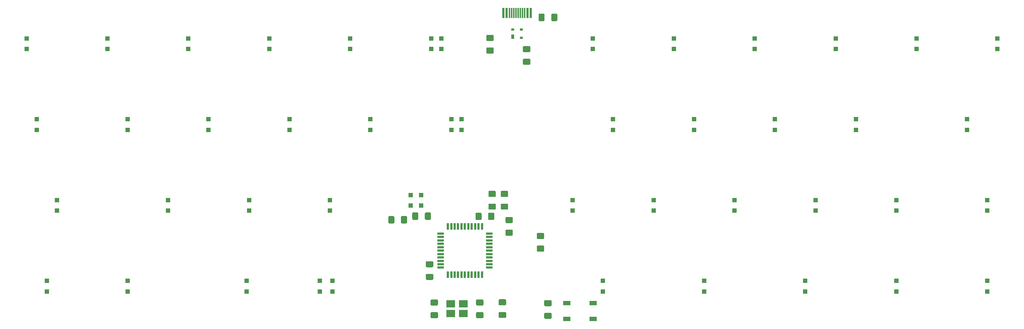
<source format=gbr>
G04 #@! TF.GenerationSoftware,KiCad,Pcbnew,(5.1.6)-1*
G04 #@! TF.CreationDate,2020-06-21T19:34:39+02:00*
G04 #@! TF.ProjectId,CC45,43433435-2e6b-4696-9361-645f70636258,rev?*
G04 #@! TF.SameCoordinates,Original*
G04 #@! TF.FileFunction,Paste,Bot*
G04 #@! TF.FilePolarity,Positive*
%FSLAX46Y46*%
G04 Gerber Fmt 4.6, Leading zero omitted, Abs format (unit mm)*
G04 Created by KiCad (PCBNEW (5.1.6)-1) date 2020-06-21 19:34:39*
%MOMM*%
%LPD*%
G01*
G04 APERTURE LIST*
%ADD10R,1.000000X1.000000*%
%ADD11R,0.700000X1.000000*%
%ADD12R,0.700000X0.600000*%
%ADD13R,2.100000X1.800000*%
%ADD14R,0.600000X2.450000*%
%ADD15R,0.300000X2.450000*%
%ADD16R,0.550000X1.500000*%
%ADD17R,1.500000X0.550000*%
%ADD18R,1.800000X1.100000*%
G04 APERTURE END LIST*
G36*
G01*
X136537500Y-73175000D02*
X136537500Y-74425000D01*
G75*
G02*
X136287500Y-74675000I-250000J0D01*
G01*
X135362500Y-74675000D01*
G75*
G02*
X135112500Y-74425000I0J250000D01*
G01*
X135112500Y-73175000D01*
G75*
G02*
X135362500Y-72925000I250000J0D01*
G01*
X136287500Y-72925000D01*
G75*
G02*
X136537500Y-73175000I0J-250000D01*
G01*
G37*
G36*
G01*
X133562500Y-73175000D02*
X133562500Y-74425000D01*
G75*
G02*
X133312500Y-74675000I-250000J0D01*
G01*
X132387500Y-74675000D01*
G75*
G02*
X132137500Y-74425000I0J250000D01*
G01*
X132137500Y-73175000D01*
G75*
G02*
X132387500Y-72925000I250000J0D01*
G01*
X133312500Y-72925000D01*
G75*
G02*
X133562500Y-73175000I0J-250000D01*
G01*
G37*
G36*
G01*
X148625000Y-97793750D02*
X147375000Y-97793750D01*
G75*
G02*
X147125000Y-97543750I0J250000D01*
G01*
X147125000Y-96618750D01*
G75*
G02*
X147375000Y-96368750I250000J0D01*
G01*
X148625000Y-96368750D01*
G75*
G02*
X148875000Y-96618750I0J-250000D01*
G01*
X148875000Y-97543750D01*
G75*
G02*
X148625000Y-97793750I-250000J0D01*
G01*
G37*
G36*
G01*
X148625000Y-94818750D02*
X147375000Y-94818750D01*
G75*
G02*
X147125000Y-94568750I0J250000D01*
G01*
X147125000Y-93643750D01*
G75*
G02*
X147375000Y-93393750I250000J0D01*
G01*
X148625000Y-93393750D01*
G75*
G02*
X148875000Y-93643750I0J-250000D01*
G01*
X148875000Y-94568750D01*
G75*
G02*
X148625000Y-94818750I-250000J0D01*
G01*
G37*
G36*
G01*
X136687500Y-93393750D02*
X137937500Y-93393750D01*
G75*
G02*
X138187500Y-93643750I0J-250000D01*
G01*
X138187500Y-94568750D01*
G75*
G02*
X137937500Y-94818750I-250000J0D01*
G01*
X136687500Y-94818750D01*
G75*
G02*
X136437500Y-94568750I0J250000D01*
G01*
X136437500Y-93643750D01*
G75*
G02*
X136687500Y-93393750I250000J0D01*
G01*
G37*
G36*
G01*
X136687500Y-96368750D02*
X137937500Y-96368750D01*
G75*
G02*
X138187500Y-96618750I0J-250000D01*
G01*
X138187500Y-97543750D01*
G75*
G02*
X137937500Y-97793750I-250000J0D01*
G01*
X136687500Y-97793750D01*
G75*
G02*
X136437500Y-97543750I0J250000D01*
G01*
X136437500Y-96618750D01*
G75*
G02*
X136687500Y-96368750I250000J0D01*
G01*
G37*
G36*
G01*
X154275000Y-74000000D02*
X155525000Y-74000000D01*
G75*
G02*
X155775000Y-74250000I0J-250000D01*
G01*
X155775000Y-75175000D01*
G75*
G02*
X155525000Y-75425000I-250000J0D01*
G01*
X154275000Y-75425000D01*
G75*
G02*
X154025000Y-75175000I0J250000D01*
G01*
X154025000Y-74250000D01*
G75*
G02*
X154275000Y-74000000I250000J0D01*
G01*
G37*
G36*
G01*
X154275000Y-76975000D02*
X155525000Y-76975000D01*
G75*
G02*
X155775000Y-77225000I0J-250000D01*
G01*
X155775000Y-78150000D01*
G75*
G02*
X155525000Y-78400000I-250000J0D01*
G01*
X154275000Y-78400000D01*
G75*
G02*
X154025000Y-78150000I0J250000D01*
G01*
X154025000Y-77225000D01*
G75*
G02*
X154275000Y-76975000I250000J0D01*
G01*
G37*
G36*
G01*
X151387500Y-73225000D02*
X151387500Y-74475000D01*
G75*
G02*
X151137500Y-74725000I-250000J0D01*
G01*
X150212500Y-74725000D01*
G75*
G02*
X149962500Y-74475000I0J250000D01*
G01*
X149962500Y-73225000D01*
G75*
G02*
X150212500Y-72975000I250000J0D01*
G01*
X151137500Y-72975000D01*
G75*
G02*
X151387500Y-73225000I0J-250000D01*
G01*
G37*
G36*
G01*
X148412500Y-73225000D02*
X148412500Y-74475000D01*
G75*
G02*
X148162500Y-74725000I-250000J0D01*
G01*
X147237500Y-74725000D01*
G75*
G02*
X146987500Y-74475000I0J250000D01*
G01*
X146987500Y-73225000D01*
G75*
G02*
X147237500Y-72975000I250000J0D01*
G01*
X148162500Y-72975000D01*
G75*
G02*
X148412500Y-73225000I0J-250000D01*
G01*
G37*
G36*
G01*
X152675000Y-93350000D02*
X153925000Y-93350000D01*
G75*
G02*
X154175000Y-93600000I0J-250000D01*
G01*
X154175000Y-94525000D01*
G75*
G02*
X153925000Y-94775000I-250000J0D01*
G01*
X152675000Y-94775000D01*
G75*
G02*
X152425000Y-94525000I0J250000D01*
G01*
X152425000Y-93600000D01*
G75*
G02*
X152675000Y-93350000I250000J0D01*
G01*
G37*
G36*
G01*
X152675000Y-96325000D02*
X153925000Y-96325000D01*
G75*
G02*
X154175000Y-96575000I0J-250000D01*
G01*
X154175000Y-97500000D01*
G75*
G02*
X153925000Y-97750000I-250000J0D01*
G01*
X152675000Y-97750000D01*
G75*
G02*
X152425000Y-97500000I0J250000D01*
G01*
X152425000Y-96575000D01*
G75*
G02*
X152675000Y-96325000I250000J0D01*
G01*
G37*
G36*
G01*
X135575000Y-84400000D02*
X136825000Y-84400000D01*
G75*
G02*
X137075000Y-84650000I0J-250000D01*
G01*
X137075000Y-85575000D01*
G75*
G02*
X136825000Y-85825000I-250000J0D01*
G01*
X135575000Y-85825000D01*
G75*
G02*
X135325000Y-85575000I0J250000D01*
G01*
X135325000Y-84650000D01*
G75*
G02*
X135575000Y-84400000I250000J0D01*
G01*
G37*
G36*
G01*
X135575000Y-87375000D02*
X136825000Y-87375000D01*
G75*
G02*
X137075000Y-87625000I0J-250000D01*
G01*
X137075000Y-88550000D01*
G75*
G02*
X136825000Y-88800000I-250000J0D01*
G01*
X135575000Y-88800000D01*
G75*
G02*
X135325000Y-88550000I0J250000D01*
G01*
X135325000Y-87625000D01*
G75*
G02*
X135575000Y-87375000I250000J0D01*
G01*
G37*
G36*
G01*
X162875000Y-82150000D02*
X161625000Y-82150000D01*
G75*
G02*
X161375000Y-81900000I0J250000D01*
G01*
X161375000Y-80975000D01*
G75*
G02*
X161625000Y-80725000I250000J0D01*
G01*
X162875000Y-80725000D01*
G75*
G02*
X163125000Y-80975000I0J-250000D01*
G01*
X163125000Y-81900000D01*
G75*
G02*
X162875000Y-82150000I-250000J0D01*
G01*
G37*
G36*
G01*
X162875000Y-79175000D02*
X161625000Y-79175000D01*
G75*
G02*
X161375000Y-78925000I0J250000D01*
G01*
X161375000Y-78000000D01*
G75*
G02*
X161625000Y-77750000I250000J0D01*
G01*
X162875000Y-77750000D01*
G75*
G02*
X163125000Y-78000000I0J-250000D01*
G01*
X163125000Y-78925000D01*
G75*
G02*
X162875000Y-79175000I-250000J0D01*
G01*
G37*
D10*
X41562500Y-34500000D03*
X41562500Y-32000000D03*
X267187500Y-91500000D03*
X267187500Y-89000000D03*
X245812500Y-91500000D03*
X245812500Y-89000000D03*
X224437500Y-91500000D03*
X224437500Y-89000000D03*
X200687500Y-91500000D03*
X200687500Y-89000000D03*
X176937500Y-91500000D03*
X176937500Y-89000000D03*
X113406250Y-91500000D03*
X113406250Y-89000000D03*
X110437500Y-91500000D03*
X110437500Y-89000000D03*
X93218750Y-91500000D03*
X93218750Y-89000000D03*
X65312500Y-91500000D03*
X65312500Y-89000000D03*
X46312500Y-91500000D03*
X46312500Y-89000000D03*
X267187500Y-72500000D03*
X267187500Y-70000000D03*
X245812500Y-72500000D03*
X245812500Y-70000000D03*
X226812500Y-72500000D03*
X226812500Y-70000000D03*
X207812500Y-72500000D03*
X207812500Y-70000000D03*
X188812500Y-72500000D03*
X188812500Y-70000000D03*
X169812500Y-72500000D03*
X169812500Y-70000000D03*
X134187500Y-71312500D03*
X134187500Y-68812500D03*
X131812500Y-71312500D03*
X131812500Y-68812500D03*
X112812500Y-72500000D03*
X112812500Y-70000000D03*
X93812500Y-72500000D03*
X93812500Y-70000000D03*
X74812500Y-72500000D03*
X74812500Y-70000000D03*
X48687500Y-72500000D03*
X48687500Y-70000000D03*
X262437500Y-53500000D03*
X262437500Y-51000000D03*
X236312500Y-53500000D03*
X236312500Y-51000000D03*
X217312500Y-53500000D03*
X217312500Y-51000000D03*
X198312500Y-53500000D03*
X198312500Y-51000000D03*
X179312500Y-53500000D03*
X179312500Y-51000000D03*
X143687500Y-53500000D03*
X143687500Y-51000000D03*
X141312500Y-53500000D03*
X141312500Y-51000000D03*
X122312500Y-53500000D03*
X122312500Y-51000000D03*
X103312500Y-53500000D03*
X103312500Y-51000000D03*
X84312500Y-53500000D03*
X84312500Y-51000000D03*
X65312500Y-53500000D03*
X65312500Y-51000000D03*
X43937500Y-53500000D03*
X43937500Y-51000000D03*
X269562500Y-34500000D03*
X269562500Y-32000000D03*
X250562500Y-34500000D03*
X250562500Y-32000000D03*
X231562500Y-34500000D03*
X231562500Y-32000000D03*
X212562500Y-34500000D03*
X212562500Y-32000000D03*
X193562500Y-34500000D03*
X193562500Y-32000000D03*
X174562500Y-34500000D03*
X174562500Y-32000000D03*
X138937500Y-34500000D03*
X138937500Y-32000000D03*
X136562500Y-34500000D03*
X136562500Y-32000000D03*
X117562500Y-34500000D03*
X117562500Y-32000000D03*
X98562500Y-34500000D03*
X98562500Y-32000000D03*
X79562500Y-34500000D03*
X79562500Y-32000000D03*
X60562500Y-34500000D03*
X60562500Y-32000000D03*
G36*
G01*
X149775000Y-31150000D02*
X151025000Y-31150000D01*
G75*
G02*
X151275000Y-31400000I0J-250000D01*
G01*
X151275000Y-32325000D01*
G75*
G02*
X151025000Y-32575000I-250000J0D01*
G01*
X149775000Y-32575000D01*
G75*
G02*
X149525000Y-32325000I0J250000D01*
G01*
X149525000Y-31400000D01*
G75*
G02*
X149775000Y-31150000I250000J0D01*
G01*
G37*
G36*
G01*
X149775000Y-34125000D02*
X151025000Y-34125000D01*
G75*
G02*
X151275000Y-34375000I0J-250000D01*
G01*
X151275000Y-35300000D01*
G75*
G02*
X151025000Y-35550000I-250000J0D01*
G01*
X149775000Y-35550000D01*
G75*
G02*
X149525000Y-35300000I0J250000D01*
G01*
X149525000Y-34375000D01*
G75*
G02*
X149775000Y-34125000I250000J0D01*
G01*
G37*
G36*
G01*
X166200000Y-26425000D02*
X166200000Y-27675000D01*
G75*
G02*
X165950000Y-27925000I-250000J0D01*
G01*
X165025000Y-27925000D01*
G75*
G02*
X164775000Y-27675000I0J250000D01*
G01*
X164775000Y-26425000D01*
G75*
G02*
X165025000Y-26175000I250000J0D01*
G01*
X165950000Y-26175000D01*
G75*
G02*
X166200000Y-26425000I0J-250000D01*
G01*
G37*
G36*
G01*
X163225000Y-26425000D02*
X163225000Y-27675000D01*
G75*
G02*
X162975000Y-27925000I-250000J0D01*
G01*
X162050000Y-27925000D01*
G75*
G02*
X161800000Y-27675000I0J250000D01*
G01*
X161800000Y-26425000D01*
G75*
G02*
X162050000Y-26175000I250000J0D01*
G01*
X162975000Y-26175000D01*
G75*
G02*
X163225000Y-26425000I0J-250000D01*
G01*
G37*
G36*
G01*
X163375000Y-93550000D02*
X164625000Y-93550000D01*
G75*
G02*
X164875000Y-93800000I0J-250000D01*
G01*
X164875000Y-94725000D01*
G75*
G02*
X164625000Y-94975000I-250000J0D01*
G01*
X163375000Y-94975000D01*
G75*
G02*
X163125000Y-94725000I0J250000D01*
G01*
X163125000Y-93800000D01*
G75*
G02*
X163375000Y-93550000I250000J0D01*
G01*
G37*
G36*
G01*
X163375000Y-96525000D02*
X164625000Y-96525000D01*
G75*
G02*
X164875000Y-96775000I0J-250000D01*
G01*
X164875000Y-97700000D01*
G75*
G02*
X164625000Y-97950000I-250000J0D01*
G01*
X163375000Y-97950000D01*
G75*
G02*
X163125000Y-97700000I0J250000D01*
G01*
X163125000Y-96775000D01*
G75*
G02*
X163375000Y-96525000I250000J0D01*
G01*
G37*
G36*
G01*
X154406250Y-72262500D02*
X153156250Y-72262500D01*
G75*
G02*
X152906250Y-72012500I0J250000D01*
G01*
X152906250Y-71087500D01*
G75*
G02*
X153156250Y-70837500I250000J0D01*
G01*
X154406250Y-70837500D01*
G75*
G02*
X154656250Y-71087500I0J-250000D01*
G01*
X154656250Y-72012500D01*
G75*
G02*
X154406250Y-72262500I-250000J0D01*
G01*
G37*
G36*
G01*
X154406250Y-69287500D02*
X153156250Y-69287500D01*
G75*
G02*
X152906250Y-69037500I0J250000D01*
G01*
X152906250Y-68112500D01*
G75*
G02*
X153156250Y-67862500I250000J0D01*
G01*
X154406250Y-67862500D01*
G75*
G02*
X154656250Y-68112500I0J-250000D01*
G01*
X154656250Y-69037500D01*
G75*
G02*
X154406250Y-69287500I-250000J0D01*
G01*
G37*
G36*
G01*
X151520250Y-72262500D02*
X150270250Y-72262500D01*
G75*
G02*
X150020250Y-72012500I0J250000D01*
G01*
X150020250Y-71087500D01*
G75*
G02*
X150270250Y-70837500I250000J0D01*
G01*
X151520250Y-70837500D01*
G75*
G02*
X151770250Y-71087500I0J-250000D01*
G01*
X151770250Y-72012500D01*
G75*
G02*
X151520250Y-72262500I-250000J0D01*
G01*
G37*
G36*
G01*
X151520250Y-69287500D02*
X150270250Y-69287500D01*
G75*
G02*
X150020250Y-69037500I0J250000D01*
G01*
X150020250Y-68112500D01*
G75*
G02*
X150270250Y-67862500I250000J0D01*
G01*
X151520250Y-67862500D01*
G75*
G02*
X151770250Y-68112500I0J-250000D01*
G01*
X151770250Y-69037500D01*
G75*
G02*
X151520250Y-69287500I-250000J0D01*
G01*
G37*
G36*
G01*
X130912500Y-74025000D02*
X130912500Y-75275000D01*
G75*
G02*
X130662500Y-75525000I-250000J0D01*
G01*
X129737500Y-75525000D01*
G75*
G02*
X129487500Y-75275000I0J250000D01*
G01*
X129487500Y-74025000D01*
G75*
G02*
X129737500Y-73775000I250000J0D01*
G01*
X130662500Y-73775000D01*
G75*
G02*
X130912500Y-74025000I0J-250000D01*
G01*
G37*
G36*
G01*
X127937500Y-74025000D02*
X127937500Y-75275000D01*
G75*
G02*
X127687500Y-75525000I-250000J0D01*
G01*
X126762500Y-75525000D01*
G75*
G02*
X126512500Y-75275000I0J250000D01*
G01*
X126512500Y-74025000D01*
G75*
G02*
X126762500Y-73775000I250000J0D01*
G01*
X127687500Y-73775000D01*
G75*
G02*
X127937500Y-74025000I0J-250000D01*
G01*
G37*
D11*
X155750000Y-31612500D03*
D12*
X157750000Y-31812500D03*
X155750000Y-29912500D03*
X157750000Y-29912500D03*
D13*
X141206250Y-96743750D03*
X144106250Y-96743750D03*
X144106250Y-94443750D03*
X141206250Y-94443750D03*
D14*
X159975000Y-26007500D03*
X153525000Y-26007500D03*
X159200000Y-26007500D03*
X154300000Y-26007500D03*
D15*
X155000000Y-26007500D03*
X158500000Y-26007500D03*
X155500000Y-26007500D03*
X158000000Y-26007500D03*
X156000000Y-26007500D03*
X157500000Y-26007500D03*
X157000000Y-26007500D03*
X156500000Y-26007500D03*
D16*
X148500000Y-76200000D03*
X147700000Y-76200000D03*
X146900000Y-76200000D03*
X146100000Y-76200000D03*
X145300000Y-76200000D03*
X144500000Y-76200000D03*
X143700000Y-76200000D03*
X142900000Y-76200000D03*
X142100000Y-76200000D03*
X141300000Y-76200000D03*
X140500000Y-76200000D03*
D17*
X138800000Y-77900000D03*
X138800000Y-78700000D03*
X138800000Y-79500000D03*
X138800000Y-80300000D03*
X138800000Y-81100000D03*
X138800000Y-81900000D03*
X138800000Y-82700000D03*
X138800000Y-83500000D03*
X138800000Y-84300000D03*
X138800000Y-85100000D03*
X138800000Y-85900000D03*
D16*
X140500000Y-87600000D03*
X141300000Y-87600000D03*
X142100000Y-87600000D03*
X142900000Y-87600000D03*
X143700000Y-87600000D03*
X144500000Y-87600000D03*
X145300000Y-87600000D03*
X146100000Y-87600000D03*
X146900000Y-87600000D03*
X147700000Y-87600000D03*
X148500000Y-87600000D03*
D17*
X150200000Y-85900000D03*
X150200000Y-85100000D03*
X150200000Y-84300000D03*
X150200000Y-83500000D03*
X150200000Y-82700000D03*
X150200000Y-81900000D03*
X150200000Y-81100000D03*
X150200000Y-80300000D03*
X150200000Y-79500000D03*
X150200000Y-78700000D03*
X150200000Y-77900000D03*
D18*
X168450000Y-94250000D03*
X174650000Y-97950000D03*
X168450000Y-97950000D03*
X174650000Y-94250000D03*
G36*
G01*
X159625000Y-35225000D02*
X158375000Y-35225000D01*
G75*
G02*
X158125000Y-34975000I0J250000D01*
G01*
X158125000Y-34050000D01*
G75*
G02*
X158375000Y-33800000I250000J0D01*
G01*
X159625000Y-33800000D01*
G75*
G02*
X159875000Y-34050000I0J-250000D01*
G01*
X159875000Y-34975000D01*
G75*
G02*
X159625000Y-35225000I-250000J0D01*
G01*
G37*
G36*
G01*
X159625000Y-38200000D02*
X158375000Y-38200000D01*
G75*
G02*
X158125000Y-37950000I0J250000D01*
G01*
X158125000Y-37025000D01*
G75*
G02*
X158375000Y-36775000I250000J0D01*
G01*
X159625000Y-36775000D01*
G75*
G02*
X159875000Y-37025000I0J-250000D01*
G01*
X159875000Y-37950000D01*
G75*
G02*
X159625000Y-38200000I-250000J0D01*
G01*
G37*
M02*

</source>
